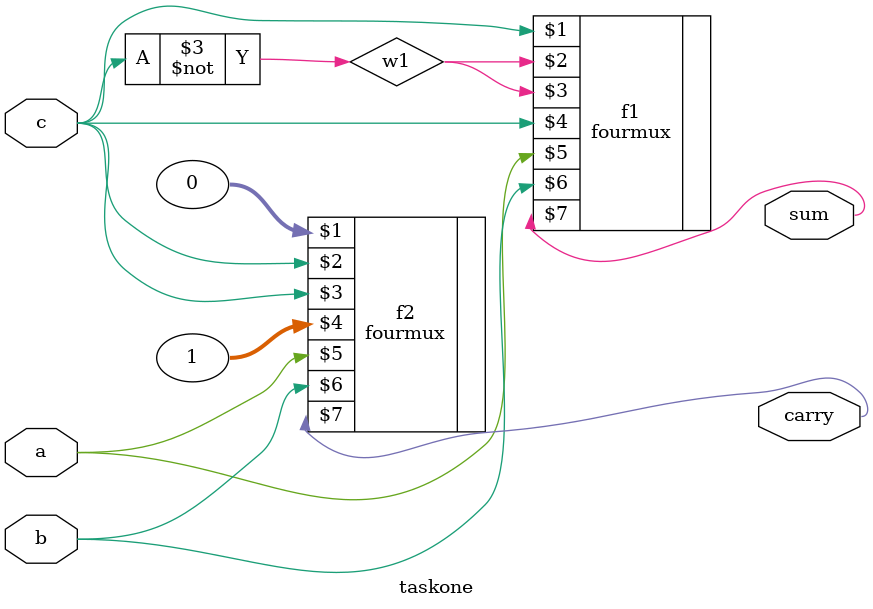
<source format=v>
module taskone(a,b,c,sum,carry);
input a,b,c;
output sum,carry;
wire w1;
not n1(w1,c);
fourmux f1(c,w1,w1,c,a,b,sum);
fourmux f2(0,c,c,1,a,b,carry);
endmodule


</source>
